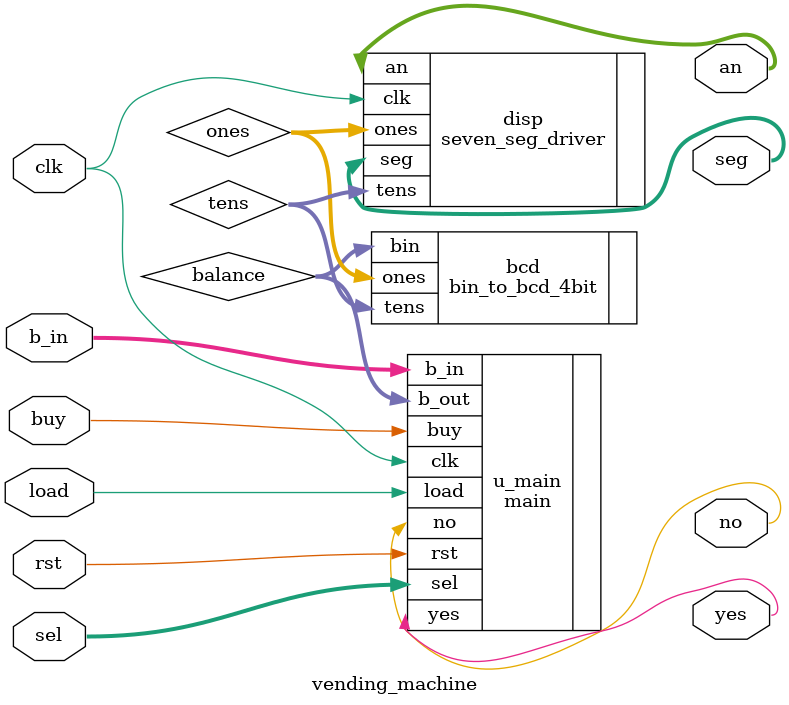
<source format=v>
module vending_machine(
  input clk, rst, buy, load,
  input [3:0] b_in,
  input [1:0] sel,
  output [6:0] seg,
  output [3:0] an,
  output yes,no
);

	wire [3:0] balance, tens, ones;
  	main u_main (
		  .clk(clk),
		  .rst(rst),
		  .buy(buy),
		  .load(load),
		  .b_in(b_in),
		  .sel(sel),
		  .b_out(balance),
		  .yes(yes),
		  .no(no)
		);

  
    bin_to_bcd_4bit bcd ( 
      .bin(balance),
    	.tens(tens),
    	.ones(ones)
    );
  
    seven_seg_driver disp(
		  .clk(clk),
		  .tens(tens),
		  .ones(ones),
		  .seg(seg),
		  .an(an)
		);

  
endmodule

</source>
